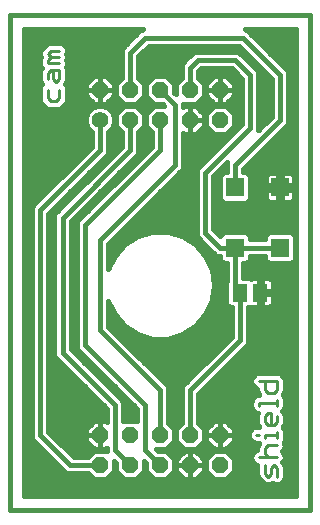
<source format=gbr>
G75*
%MOIN*%
%OFA0B0*%
%FSLAX24Y24*%
%IPPOS*%
%LPD*%
%AMOC8*
5,1,8,0,0,1.08239X$1,22.5*
%
%ADD10C,0.0110*%
%ADD11C,0.0560*%
%ADD12OC8,0.0560*%
%ADD13R,0.0591X0.0630*%
%ADD14R,0.0512X0.0591*%
%ADD15C,0.0160*%
D10*
X010886Y004685D02*
X010984Y004685D01*
X011181Y004685D02*
X011181Y004586D01*
X011181Y004685D02*
X011575Y004685D01*
X011575Y004783D02*
X011575Y004586D01*
X011575Y004336D02*
X011280Y004336D01*
X011181Y004237D01*
X011181Y004040D01*
X011280Y003942D01*
X011181Y003691D02*
X011181Y003396D01*
X011280Y003297D01*
X011378Y003396D01*
X011378Y003593D01*
X011477Y003691D01*
X011575Y003593D01*
X011575Y003297D01*
X011575Y003942D02*
X010984Y003942D01*
X011280Y005016D02*
X011477Y005016D01*
X011575Y005115D01*
X011575Y005311D01*
X011378Y005410D02*
X011378Y005016D01*
X011280Y005016D02*
X011181Y005115D01*
X011181Y005311D01*
X011280Y005410D01*
X011378Y005410D01*
X011575Y005661D02*
X011575Y005858D01*
X011575Y005759D02*
X010984Y005759D01*
X010984Y005661D01*
X011280Y006090D02*
X011181Y006189D01*
X011181Y006484D01*
X010984Y006484D02*
X011575Y006484D01*
X011575Y006189D01*
X011477Y006090D01*
X011280Y006090D01*
X004227Y015801D02*
X004325Y015900D01*
X004325Y016195D01*
X004227Y016446D02*
X004128Y016544D01*
X004128Y016840D01*
X004030Y016840D02*
X004325Y016840D01*
X004325Y016544D01*
X004227Y016446D01*
X003931Y016544D02*
X003931Y016741D01*
X004030Y016840D01*
X003931Y017090D02*
X003931Y017189D01*
X004030Y017287D01*
X003931Y017386D01*
X004030Y017484D01*
X004325Y017484D01*
X004325Y017287D02*
X004030Y017287D01*
X003931Y017090D02*
X004325Y017090D01*
X003931Y016195D02*
X003931Y015900D01*
X004030Y015801D01*
X004227Y015801D01*
D11*
X005680Y015180D03*
D12*
X005680Y016180D03*
X006680Y016180D03*
X006680Y015180D03*
X007680Y015180D03*
X007680Y016180D03*
X008680Y016180D03*
X008680Y015180D03*
X009680Y015180D03*
X009680Y016180D03*
X009680Y004680D03*
X009680Y003680D03*
X008680Y003680D03*
X008680Y004680D03*
X007680Y004680D03*
X007680Y003680D03*
X006680Y003680D03*
X006680Y004680D03*
X005680Y004680D03*
X005680Y003680D03*
D13*
X010182Y010926D03*
X010182Y012934D03*
X011678Y012934D03*
X011678Y010926D03*
D14*
X011015Y009430D03*
X010345Y009430D03*
D15*
X002680Y002180D02*
X002680Y018680D01*
X012680Y018680D01*
X012680Y002180D01*
X002680Y002180D01*
X003160Y002660D02*
X012200Y002660D01*
X012200Y018200D01*
X010510Y018200D01*
X010589Y018167D01*
X010667Y018089D01*
X011917Y016839D01*
X011960Y016736D01*
X011960Y015124D01*
X011917Y015021D01*
X011839Y014943D01*
X011839Y014943D01*
X010462Y013566D01*
X010462Y013449D01*
X010560Y013449D01*
X010677Y013332D01*
X010677Y012536D01*
X010560Y012419D01*
X009804Y012419D01*
X009687Y012536D01*
X009687Y013332D01*
X009804Y013449D01*
X009902Y013449D01*
X009902Y013738D01*
X009915Y013769D01*
X009460Y013314D01*
X009460Y011546D01*
X009687Y011319D01*
X009687Y011324D01*
X009804Y011441D01*
X010560Y011441D01*
X010677Y011324D01*
X010677Y011210D01*
X011183Y011210D01*
X011183Y011324D01*
X011300Y011441D01*
X012056Y011441D01*
X012173Y011324D01*
X012173Y010528D01*
X012056Y010411D01*
X011300Y010411D01*
X011183Y010528D01*
X011183Y010650D01*
X010677Y010650D01*
X010677Y010528D01*
X010560Y010411D01*
X010462Y010411D01*
X010462Y009925D01*
X010684Y009925D01*
X010711Y009899D01*
X010735Y009905D01*
X010967Y009905D01*
X010967Y009478D01*
X011063Y009478D01*
X011063Y009382D01*
X011451Y009382D01*
X011451Y009111D01*
X011438Y009065D01*
X011415Y009024D01*
X011381Y008991D01*
X011340Y008967D01*
X011294Y008955D01*
X011063Y008955D01*
X011063Y009382D01*
X010967Y009382D01*
X010967Y008955D01*
X010735Y008955D01*
X010711Y008961D01*
X010684Y008935D01*
X010625Y008935D01*
X010625Y007790D01*
X010583Y007687D01*
X008960Y006064D01*
X008960Y005079D01*
X009160Y004879D01*
X009160Y004481D01*
X008879Y004200D01*
X008481Y004200D01*
X008200Y004481D01*
X008200Y004879D01*
X008400Y005079D01*
X008400Y006236D01*
X008443Y006339D01*
X008521Y006417D01*
X010065Y007961D01*
X010065Y008935D01*
X010007Y008935D01*
X009889Y009052D01*
X009889Y009808D01*
X009902Y009821D01*
X009902Y010411D01*
X009804Y010411D01*
X009687Y010528D01*
X009687Y010650D01*
X009624Y010650D01*
X009521Y010693D01*
X009021Y011193D01*
X008943Y011271D01*
X008900Y011374D01*
X008900Y013486D01*
X008943Y013589D01*
X010400Y015046D01*
X010400Y016564D01*
X010064Y016900D01*
X009046Y016900D01*
X008960Y016814D01*
X008960Y016579D01*
X009160Y016379D01*
X009160Y015981D01*
X008879Y015700D01*
X008481Y015700D01*
X008460Y015721D01*
X008460Y015611D01*
X008489Y015640D01*
X008670Y015640D01*
X008670Y015190D01*
X008690Y015190D01*
X008690Y015640D01*
X008871Y015640D01*
X009140Y015371D01*
X009140Y015190D01*
X008690Y015190D01*
X008690Y015170D01*
X008670Y015170D01*
X008670Y014720D01*
X008489Y014720D01*
X008460Y014749D01*
X008460Y013624D01*
X008417Y013521D01*
X008339Y013443D01*
X005960Y011064D01*
X005960Y010203D01*
X006166Y010653D01*
X006501Y011040D01*
X006501Y011040D01*
X006932Y011317D01*
X007424Y011462D01*
X007936Y011462D01*
X008428Y011317D01*
X008859Y011040D01*
X009194Y010653D01*
X009407Y010187D01*
X009480Y009680D01*
X009407Y009173D01*
X009194Y008707D01*
X008859Y008320D01*
X008428Y008043D01*
X007936Y007898D01*
X007424Y007898D01*
X006932Y008043D01*
X006501Y008320D01*
X006166Y008707D01*
X005960Y009157D01*
X005960Y008296D01*
X007917Y006339D01*
X007960Y006236D01*
X007960Y005079D01*
X008160Y004879D01*
X008160Y004481D01*
X007879Y004200D01*
X007556Y004200D01*
X007596Y004160D01*
X007879Y004160D01*
X008160Y003879D01*
X008160Y003481D01*
X007879Y003200D01*
X007481Y003200D01*
X007200Y003481D01*
X007200Y003764D01*
X007160Y003804D01*
X007160Y003481D01*
X006879Y003200D01*
X006481Y003200D01*
X006200Y003481D01*
X006200Y003764D01*
X006160Y003804D01*
X006160Y003481D01*
X005879Y003200D01*
X005481Y003200D01*
X005281Y003400D01*
X004624Y003400D01*
X004521Y003443D01*
X003521Y004443D01*
X003443Y004521D01*
X003400Y004624D01*
X003400Y012236D01*
X003443Y012339D01*
X005400Y014296D01*
X005400Y014781D01*
X005273Y014908D01*
X005200Y015085D01*
X005200Y015275D01*
X005273Y015452D01*
X005408Y015587D01*
X005585Y015660D01*
X005775Y015660D01*
X005952Y015587D01*
X006087Y015452D01*
X006160Y015275D01*
X006160Y015085D01*
X006087Y014908D01*
X005960Y014781D01*
X005960Y014124D01*
X005917Y014021D01*
X005839Y013943D01*
X003960Y012064D01*
X003960Y004796D01*
X004796Y003960D01*
X005281Y003960D01*
X005481Y004160D01*
X005879Y004160D01*
X005900Y004139D01*
X005900Y004249D01*
X005871Y004220D01*
X005690Y004220D01*
X005690Y004670D01*
X005670Y004670D01*
X005670Y004690D01*
X005690Y004690D01*
X005690Y005140D01*
X005871Y005140D01*
X005900Y005111D01*
X005900Y005564D01*
X004271Y007193D01*
X004193Y007271D01*
X004150Y007374D01*
X004150Y011986D01*
X004193Y012089D01*
X006400Y014296D01*
X006400Y014781D01*
X006200Y014981D01*
X006200Y015379D01*
X006481Y015660D01*
X006879Y015660D01*
X007160Y015379D01*
X007160Y014981D01*
X006960Y014781D01*
X006960Y014124D01*
X006917Y014021D01*
X004710Y011814D01*
X004710Y007546D01*
X006339Y005917D01*
X006417Y005839D01*
X006460Y005736D01*
X006460Y005139D01*
X006481Y005160D01*
X006879Y005160D01*
X006900Y005139D01*
X006900Y005564D01*
X004943Y007521D01*
X004900Y007624D01*
X004900Y011736D01*
X004943Y011839D01*
X007400Y014296D01*
X007400Y014781D01*
X007200Y014981D01*
X007200Y015379D01*
X007481Y015660D01*
X007804Y015660D01*
X007764Y015700D01*
X007481Y015700D01*
X007200Y015981D01*
X007200Y016379D01*
X007481Y016660D01*
X007879Y016660D01*
X008160Y016379D01*
X008160Y016096D01*
X008200Y016056D01*
X008200Y016379D01*
X008400Y016579D01*
X008400Y016986D01*
X008443Y017089D01*
X008521Y017167D01*
X008771Y017417D01*
X008874Y017460D01*
X010236Y017460D01*
X010339Y017417D01*
X010417Y017339D01*
X010917Y016839D01*
X010960Y016736D01*
X010960Y014874D01*
X010947Y014843D01*
X011400Y015296D01*
X011400Y016564D01*
X010314Y017650D01*
X007296Y017650D01*
X006960Y017314D01*
X006960Y016579D01*
X007160Y016379D01*
X007160Y015981D01*
X006879Y015700D01*
X006481Y015700D01*
X006200Y015981D01*
X006200Y016379D01*
X006400Y016579D01*
X006400Y017486D01*
X006443Y017589D01*
X006521Y017667D01*
X007021Y018167D01*
X007100Y018200D01*
X003160Y018200D01*
X003160Y002660D01*
X003160Y002814D02*
X012200Y002814D01*
X012200Y002973D02*
X003160Y002973D01*
X003160Y003131D02*
X011086Y003131D01*
X011037Y003180D02*
X011135Y003081D01*
X011191Y003058D01*
X011229Y003042D01*
X011330Y003042D01*
X011370Y003059D01*
X011424Y003081D01*
X011424Y003081D01*
X011427Y003084D01*
X011427Y003084D01*
X011431Y003081D01*
X011524Y003042D01*
X011626Y003042D01*
X011719Y003081D01*
X011791Y003153D01*
X011830Y003247D01*
X011830Y003643D01*
X011791Y003737D01*
X011761Y003767D01*
X011791Y003797D01*
X011830Y003891D01*
X011830Y003993D01*
X011791Y004086D01*
X011739Y004139D01*
X011791Y004191D01*
X011830Y004285D01*
X011830Y004386D01*
X011799Y004461D01*
X011830Y004536D01*
X011830Y004834D01*
X011791Y004928D01*
X011770Y004949D01*
X011791Y004970D01*
X011830Y005064D01*
X011830Y005362D01*
X011791Y005456D01*
X011761Y005486D01*
X011791Y005516D01*
X011830Y005610D01*
X011830Y005908D01*
X011791Y006002D01*
X011770Y006023D01*
X011791Y006044D01*
X011830Y006138D01*
X011830Y006535D01*
X011791Y006629D01*
X011719Y006700D01*
X011626Y006739D01*
X010934Y006739D01*
X010840Y006700D01*
X010768Y006629D01*
X010729Y006535D01*
X010729Y006433D01*
X010768Y006340D01*
X010840Y006268D01*
X010926Y006232D01*
X010926Y006138D01*
X010965Y006044D01*
X010995Y006014D01*
X010934Y006014D01*
X010840Y005975D01*
X010768Y005904D01*
X010729Y005810D01*
X010729Y005610D01*
X010768Y005516D01*
X010840Y005445D01*
X010934Y005406D01*
X010944Y005406D01*
X010926Y005362D01*
X010926Y005064D01*
X010965Y004970D01*
X010995Y004940D01*
X010835Y004940D01*
X010742Y004901D01*
X010670Y004829D01*
X010631Y004736D01*
X010631Y004634D01*
X010670Y004540D01*
X010742Y004469D01*
X010835Y004430D01*
X010977Y004430D01*
X010995Y004412D01*
X010965Y004382D01*
X010926Y004288D01*
X010926Y004194D01*
X010840Y004158D01*
X010768Y004086D01*
X010729Y003993D01*
X010729Y003891D01*
X010768Y003797D01*
X010840Y003726D01*
X010926Y003690D01*
X010926Y003345D01*
X010965Y003251D01*
X011037Y003180D01*
X010949Y003290D02*
X009968Y003290D01*
X009879Y003200D02*
X010160Y003481D01*
X010160Y003879D01*
X009879Y004160D01*
X009481Y004160D01*
X009200Y003879D01*
X009200Y003481D01*
X009481Y003200D01*
X009879Y003200D01*
X010127Y003448D02*
X010926Y003448D01*
X010926Y003607D02*
X010160Y003607D01*
X010160Y003765D02*
X010801Y003765D01*
X010729Y003924D02*
X010115Y003924D01*
X009957Y004082D02*
X010766Y004082D01*
X010926Y004241D02*
X009891Y004241D01*
X009871Y004220D02*
X009690Y004220D01*
X009690Y004670D01*
X009670Y004670D01*
X009670Y004690D01*
X009220Y004690D01*
X009220Y004871D01*
X009489Y005140D01*
X009670Y005140D01*
X009670Y004690D01*
X009690Y004690D01*
X009690Y005140D01*
X009871Y005140D01*
X010140Y004871D01*
X010140Y004690D01*
X009690Y004690D01*
X009690Y004670D01*
X010140Y004670D01*
X010140Y004489D01*
X009871Y004220D01*
X009690Y004241D02*
X009670Y004241D01*
X009670Y004220D02*
X009489Y004220D01*
X009220Y004489D01*
X009220Y004670D01*
X009670Y004670D01*
X009670Y004220D01*
X009670Y004399D02*
X009690Y004399D01*
X009690Y004558D02*
X009670Y004558D01*
X009670Y004716D02*
X009690Y004716D01*
X009690Y004875D02*
X009670Y004875D01*
X009670Y005033D02*
X009690Y005033D01*
X009978Y005033D02*
X010939Y005033D01*
X010926Y005192D02*
X008960Y005192D01*
X008960Y005350D02*
X010926Y005350D01*
X010776Y005509D02*
X008960Y005509D01*
X008960Y005667D02*
X010729Y005667D01*
X010736Y005826D02*
X008960Y005826D01*
X008960Y005984D02*
X010861Y005984D01*
X010926Y006143D02*
X009038Y006143D01*
X009197Y006301D02*
X010807Y006301D01*
X010729Y006460D02*
X009355Y006460D01*
X009514Y006618D02*
X010764Y006618D01*
X010148Y007252D02*
X012200Y007252D01*
X012200Y007094D02*
X009989Y007094D01*
X009831Y006935D02*
X012200Y006935D01*
X012200Y006777D02*
X009672Y006777D01*
X009356Y007252D02*
X007004Y007252D01*
X007162Y007094D02*
X009198Y007094D01*
X009039Y006935D02*
X007321Y006935D01*
X007479Y006777D02*
X008881Y006777D01*
X008722Y006618D02*
X007638Y006618D01*
X007796Y006460D02*
X008564Y006460D01*
X008427Y006301D02*
X007933Y006301D01*
X007960Y006143D02*
X008400Y006143D01*
X008400Y005984D02*
X007960Y005984D01*
X007960Y005826D02*
X008400Y005826D01*
X008400Y005667D02*
X007960Y005667D01*
X007960Y005509D02*
X008400Y005509D01*
X008400Y005350D02*
X007960Y005350D01*
X007960Y005192D02*
X008400Y005192D01*
X008354Y005033D02*
X008006Y005033D01*
X008160Y004875D02*
X008200Y004875D01*
X008200Y004716D02*
X008160Y004716D01*
X008160Y004558D02*
X008200Y004558D01*
X008282Y004399D02*
X008078Y004399D01*
X007919Y004241D02*
X008441Y004241D01*
X008489Y004140D02*
X008220Y003871D01*
X008220Y003690D01*
X008670Y003690D01*
X008670Y003670D01*
X008220Y003670D01*
X008220Y003489D01*
X008489Y003220D01*
X008670Y003220D01*
X008670Y003670D01*
X008690Y003670D01*
X008690Y003220D01*
X008871Y003220D01*
X009140Y003489D01*
X009140Y003670D01*
X008690Y003670D01*
X008690Y003690D01*
X008690Y004140D01*
X008871Y004140D01*
X009140Y003871D01*
X009140Y003690D01*
X008690Y003690D01*
X008670Y003690D01*
X008670Y004140D01*
X008489Y004140D01*
X008431Y004082D02*
X007957Y004082D01*
X008115Y003924D02*
X008273Y003924D01*
X008220Y003765D02*
X008160Y003765D01*
X008160Y003607D02*
X008220Y003607D01*
X008261Y003448D02*
X008127Y003448D01*
X007968Y003290D02*
X008420Y003290D01*
X008670Y003290D02*
X008690Y003290D01*
X008690Y003448D02*
X008670Y003448D01*
X008670Y003607D02*
X008690Y003607D01*
X008690Y003765D02*
X008670Y003765D01*
X008670Y003924D02*
X008690Y003924D01*
X008690Y004082D02*
X008670Y004082D01*
X008929Y004082D02*
X009403Y004082D01*
X009469Y004241D02*
X008919Y004241D01*
X009078Y004399D02*
X009310Y004399D01*
X009220Y004558D02*
X009160Y004558D01*
X009160Y004716D02*
X009220Y004716D01*
X009224Y004875D02*
X009160Y004875D01*
X009006Y005033D02*
X009382Y005033D01*
X010050Y004399D02*
X010983Y004399D01*
X010663Y004558D02*
X010140Y004558D01*
X010140Y004716D02*
X010631Y004716D01*
X010715Y004875D02*
X010136Y004875D01*
X009245Y003924D02*
X009087Y003924D01*
X009140Y003765D02*
X009200Y003765D01*
X009200Y003607D02*
X009140Y003607D01*
X009099Y003448D02*
X009233Y003448D01*
X009392Y003290D02*
X008940Y003290D01*
X008680Y004680D02*
X008680Y006180D01*
X010345Y007845D01*
X010345Y009430D01*
X010182Y009593D01*
X010182Y010926D01*
X010178Y010930D01*
X011674Y010930D01*
X011678Y010926D01*
X012173Y010898D02*
X012200Y010898D01*
X012200Y011056D02*
X012173Y011056D01*
X012173Y011215D02*
X012200Y011215D01*
X012200Y011373D02*
X012124Y011373D01*
X012200Y011532D02*
X009474Y011532D01*
X009460Y011690D02*
X012200Y011690D01*
X012200Y011849D02*
X009460Y011849D01*
X009460Y012007D02*
X012200Y012007D01*
X012200Y012166D02*
X009460Y012166D01*
X009460Y012324D02*
X012200Y012324D01*
X012200Y012483D02*
X012091Y012483D01*
X012084Y012475D02*
X012043Y012451D01*
X011997Y012439D01*
X011746Y012439D01*
X011746Y012866D01*
X012153Y012866D01*
X012153Y012595D01*
X012141Y012549D01*
X012117Y012508D01*
X012084Y012475D01*
X012153Y012641D02*
X012200Y012641D01*
X012200Y012800D02*
X012153Y012800D01*
X012200Y012958D02*
X011746Y012958D01*
X011746Y013002D02*
X011746Y012866D01*
X011610Y012866D01*
X011610Y013002D01*
X011746Y013002D01*
X011746Y013429D01*
X011997Y013429D01*
X012043Y013417D01*
X012084Y013393D01*
X012117Y013359D01*
X012141Y013318D01*
X012153Y013273D01*
X012153Y013002D01*
X011746Y013002D01*
X011746Y013117D02*
X011610Y013117D01*
X011610Y013002D02*
X011610Y013429D01*
X011359Y013429D01*
X011313Y013417D01*
X011272Y013393D01*
X011239Y013359D01*
X011215Y013318D01*
X011203Y013273D01*
X011203Y013002D01*
X011610Y013002D01*
X011610Y012958D02*
X010677Y012958D01*
X010677Y012800D02*
X011203Y012800D01*
X011203Y012866D02*
X011203Y012595D01*
X011215Y012549D01*
X011239Y012508D01*
X011272Y012475D01*
X011313Y012451D01*
X011359Y012439D01*
X011610Y012439D01*
X011610Y012866D01*
X011203Y012866D01*
X011203Y012641D02*
X010677Y012641D01*
X010624Y012483D02*
X011265Y012483D01*
X011610Y012483D02*
X011746Y012483D01*
X011746Y012641D02*
X011610Y012641D01*
X011610Y012800D02*
X011746Y012800D01*
X011746Y013275D02*
X011610Y013275D01*
X011203Y013275D02*
X010677Y013275D01*
X010677Y013117D02*
X011203Y013117D01*
X010646Y013751D02*
X012200Y013751D01*
X012200Y013909D02*
X010805Y013909D01*
X010963Y014068D02*
X012200Y014068D01*
X012200Y014226D02*
X011122Y014226D01*
X011280Y014385D02*
X012200Y014385D01*
X012200Y014543D02*
X011439Y014543D01*
X011598Y014702D02*
X012200Y014702D01*
X012200Y014860D02*
X011756Y014860D01*
X011915Y015019D02*
X012200Y015019D01*
X012200Y015177D02*
X011960Y015177D01*
X011960Y015336D02*
X012200Y015336D01*
X012200Y015494D02*
X011960Y015494D01*
X011960Y015653D02*
X012200Y015653D01*
X012200Y015811D02*
X011960Y015811D01*
X011960Y015970D02*
X012200Y015970D01*
X012200Y016128D02*
X011960Y016128D01*
X011960Y016287D02*
X012200Y016287D01*
X012200Y016445D02*
X011960Y016445D01*
X011960Y016604D02*
X012200Y016604D01*
X012200Y016762D02*
X011949Y016762D01*
X011835Y016921D02*
X012200Y016921D01*
X012200Y017079D02*
X011677Y017079D01*
X011518Y017238D02*
X012200Y017238D01*
X012200Y017396D02*
X011360Y017396D01*
X011201Y017555D02*
X012200Y017555D01*
X012200Y017713D02*
X011043Y017713D01*
X010884Y017872D02*
X012200Y017872D01*
X012200Y018030D02*
X010726Y018030D01*
X010538Y018189D02*
X012200Y018189D01*
X011202Y016762D02*
X010949Y016762D01*
X010960Y016604D02*
X011360Y016604D01*
X011400Y016445D02*
X010960Y016445D01*
X010960Y016287D02*
X011400Y016287D01*
X011400Y016128D02*
X010960Y016128D01*
X010960Y015970D02*
X011400Y015970D01*
X011400Y015811D02*
X010960Y015811D01*
X010960Y015653D02*
X011400Y015653D01*
X011400Y015494D02*
X010960Y015494D01*
X010960Y015336D02*
X011400Y015336D01*
X011281Y015177D02*
X010960Y015177D01*
X010960Y015019D02*
X011123Y015019D01*
X010964Y014860D02*
X010954Y014860D01*
X010680Y014930D02*
X010680Y016680D01*
X010180Y017180D01*
X008930Y017180D01*
X008680Y016930D01*
X008680Y016180D01*
X008990Y015811D02*
X009398Y015811D01*
X009489Y015720D02*
X009220Y015989D01*
X009220Y016170D01*
X009670Y016170D01*
X009670Y016190D01*
X009220Y016190D01*
X009220Y016371D01*
X009489Y016640D01*
X009670Y016640D01*
X009670Y016190D01*
X009690Y016190D01*
X009690Y016640D01*
X009871Y016640D01*
X010140Y016371D01*
X010140Y016190D01*
X009690Y016190D01*
X009690Y016170D01*
X009670Y016170D01*
X009670Y015720D01*
X009489Y015720D01*
X009481Y015660D02*
X009879Y015660D01*
X010160Y015379D01*
X010160Y014981D01*
X009879Y014700D01*
X009481Y014700D01*
X009200Y014981D01*
X009200Y015379D01*
X009481Y015660D01*
X009474Y015653D02*
X008460Y015653D01*
X008670Y015494D02*
X008690Y015494D01*
X008690Y015336D02*
X008670Y015336D01*
X008690Y015177D02*
X009200Y015177D01*
X009140Y015170D02*
X009140Y014989D01*
X008871Y014720D01*
X008690Y014720D01*
X008690Y015170D01*
X009140Y015170D01*
X009140Y015019D02*
X009200Y015019D01*
X009321Y014860D02*
X009011Y014860D01*
X008690Y014860D02*
X008670Y014860D01*
X008670Y015019D02*
X008690Y015019D01*
X008460Y014702D02*
X009480Y014702D01*
X009880Y014702D02*
X010056Y014702D01*
X010039Y014860D02*
X010214Y014860D01*
X010160Y015019D02*
X010373Y015019D01*
X010400Y015177D02*
X010160Y015177D01*
X010160Y015336D02*
X010400Y015336D01*
X010400Y015494D02*
X010045Y015494D01*
X009886Y015653D02*
X010400Y015653D01*
X010400Y015811D02*
X009962Y015811D01*
X009871Y015720D02*
X010140Y015989D01*
X010140Y016170D01*
X009690Y016170D01*
X009690Y015720D01*
X009871Y015720D01*
X009690Y015811D02*
X009670Y015811D01*
X009670Y015970D02*
X009690Y015970D01*
X009690Y016128D02*
X009670Y016128D01*
X009670Y016287D02*
X009690Y016287D01*
X009690Y016445D02*
X009670Y016445D01*
X009670Y016604D02*
X009690Y016604D01*
X009907Y016604D02*
X010360Y016604D01*
X010400Y016445D02*
X010066Y016445D01*
X010140Y016287D02*
X010400Y016287D01*
X010400Y016128D02*
X010140Y016128D01*
X010120Y015970D02*
X010400Y015970D01*
X010202Y016762D02*
X008960Y016762D01*
X008960Y016604D02*
X009453Y016604D01*
X009294Y016445D02*
X009094Y016445D01*
X009160Y016287D02*
X009220Y016287D01*
X009220Y016128D02*
X009160Y016128D01*
X009148Y015970D02*
X009240Y015970D01*
X009315Y015494D02*
X009017Y015494D01*
X009140Y015336D02*
X009200Y015336D01*
X009897Y014543D02*
X008460Y014543D01*
X008460Y014385D02*
X009739Y014385D01*
X009580Y014226D02*
X008460Y014226D01*
X008460Y014068D02*
X009422Y014068D01*
X009263Y013909D02*
X008460Y013909D01*
X008460Y013751D02*
X009105Y013751D01*
X008946Y013592D02*
X008447Y013592D01*
X008329Y013434D02*
X008900Y013434D01*
X008900Y013275D02*
X008171Y013275D01*
X008012Y013117D02*
X008900Y013117D01*
X008900Y012958D02*
X007854Y012958D01*
X007695Y012800D02*
X008900Y012800D01*
X008900Y012641D02*
X007537Y012641D01*
X007378Y012483D02*
X008900Y012483D01*
X008900Y012324D02*
X007220Y012324D01*
X007061Y012166D02*
X008900Y012166D01*
X008900Y012007D02*
X006903Y012007D01*
X006744Y011849D02*
X008900Y011849D01*
X008900Y011690D02*
X006586Y011690D01*
X006427Y011532D02*
X008900Y011532D01*
X008901Y011373D02*
X008238Y011373D01*
X008428Y011317D02*
X008428Y011317D01*
X008588Y011215D02*
X009000Y011215D01*
X009158Y011056D02*
X008834Y011056D01*
X008859Y011040D02*
X008859Y011040D01*
X008859Y011040D01*
X008983Y010898D02*
X009317Y010898D01*
X009475Y010739D02*
X009120Y010739D01*
X009194Y010653D02*
X009194Y010653D01*
X009227Y010581D02*
X009687Y010581D01*
X009793Y010422D02*
X009300Y010422D01*
X009372Y010264D02*
X009902Y010264D01*
X009902Y010105D02*
X009419Y010105D01*
X009442Y009947D02*
X009902Y009947D01*
X009889Y009788D02*
X009464Y009788D01*
X009473Y009630D02*
X009889Y009630D01*
X009889Y009471D02*
X009450Y009471D01*
X009427Y009313D02*
X009889Y009313D01*
X009889Y009154D02*
X009398Y009154D01*
X009326Y008996D02*
X009946Y008996D01*
X010065Y008837D02*
X009254Y008837D01*
X009170Y008679D02*
X010065Y008679D01*
X010065Y008520D02*
X009032Y008520D01*
X008895Y008362D02*
X010065Y008362D01*
X010065Y008203D02*
X008677Y008203D01*
X008859Y008320D02*
X008859Y008320D01*
X008431Y008045D02*
X010065Y008045D01*
X009990Y007886D02*
X006370Y007886D01*
X006528Y007728D02*
X009832Y007728D01*
X009673Y007569D02*
X006687Y007569D01*
X006845Y007411D02*
X009515Y007411D01*
X010306Y007411D02*
X012200Y007411D01*
X012200Y007569D02*
X010465Y007569D01*
X010600Y007728D02*
X012200Y007728D01*
X012200Y007886D02*
X010625Y007886D01*
X010625Y008045D02*
X012200Y008045D01*
X012200Y008203D02*
X010625Y008203D01*
X010625Y008362D02*
X012200Y008362D01*
X012200Y008520D02*
X010625Y008520D01*
X010625Y008679D02*
X012200Y008679D01*
X012200Y008837D02*
X010625Y008837D01*
X010967Y008996D02*
X011063Y008996D01*
X011063Y009154D02*
X010967Y009154D01*
X010967Y009313D02*
X011063Y009313D01*
X011063Y009471D02*
X012200Y009471D01*
X012200Y009313D02*
X011451Y009313D01*
X011451Y009154D02*
X012200Y009154D01*
X012200Y008996D02*
X011386Y008996D01*
X011451Y009478D02*
X011063Y009478D01*
X011063Y009905D01*
X011294Y009905D01*
X011340Y009893D01*
X011381Y009869D01*
X011415Y009836D01*
X011438Y009795D01*
X011451Y009749D01*
X011451Y009478D01*
X011451Y009630D02*
X012200Y009630D01*
X012200Y009788D02*
X011440Y009788D01*
X011063Y009788D02*
X010967Y009788D01*
X010967Y009630D02*
X011063Y009630D01*
X011289Y010422D02*
X010571Y010422D01*
X010677Y010581D02*
X011183Y010581D01*
X011183Y011215D02*
X010677Y011215D01*
X010628Y011373D02*
X011232Y011373D01*
X012173Y010739D02*
X012200Y010739D01*
X012200Y010581D02*
X012173Y010581D01*
X012200Y010422D02*
X012067Y010422D01*
X012200Y010264D02*
X010462Y010264D01*
X010462Y010105D02*
X012200Y010105D01*
X012200Y009947D02*
X010462Y009947D01*
X010178Y010930D02*
X009680Y010930D01*
X009180Y011430D01*
X009180Y013430D01*
X010680Y014930D01*
X011680Y015180D02*
X010182Y013682D01*
X010182Y012934D01*
X009788Y013434D02*
X009579Y013434D01*
X009687Y013275D02*
X009460Y013275D01*
X009460Y013117D02*
X009687Y013117D01*
X009687Y012958D02*
X009460Y012958D01*
X009460Y012800D02*
X009687Y012800D01*
X009687Y012641D02*
X009460Y012641D01*
X009460Y012483D02*
X009740Y012483D01*
X009738Y013592D02*
X009902Y013592D01*
X009907Y013751D02*
X009896Y013751D01*
X010488Y013592D02*
X012200Y013592D01*
X012200Y013434D02*
X010575Y013434D01*
X011680Y015180D02*
X011680Y016680D01*
X010430Y017930D01*
X007180Y017930D01*
X006680Y017430D01*
X006680Y016180D01*
X006370Y015811D02*
X005962Y015811D01*
X005871Y015720D02*
X006140Y015989D01*
X006140Y016170D01*
X005690Y016170D01*
X005670Y016170D01*
X005670Y016190D01*
X005220Y016190D01*
X005220Y016371D01*
X005489Y016640D01*
X005670Y016640D01*
X005670Y016190D01*
X005690Y016190D01*
X005690Y016640D01*
X005871Y016640D01*
X006140Y016371D01*
X006140Y016190D01*
X005690Y016190D01*
X005690Y016170D01*
X005690Y015720D01*
X005871Y015720D01*
X005794Y015653D02*
X006474Y015653D01*
X006315Y015494D02*
X006045Y015494D01*
X006135Y015336D02*
X006200Y015336D01*
X006200Y015177D02*
X006160Y015177D01*
X006133Y015019D02*
X006200Y015019D01*
X006321Y014860D02*
X006039Y014860D01*
X005960Y014702D02*
X006400Y014702D01*
X006400Y014543D02*
X005960Y014543D01*
X005960Y014385D02*
X006400Y014385D01*
X006330Y014226D02*
X005960Y014226D01*
X005936Y014068D02*
X006172Y014068D01*
X006013Y013909D02*
X005805Y013909D01*
X005855Y013751D02*
X005646Y013751D01*
X005696Y013592D02*
X005488Y013592D01*
X005538Y013434D02*
X005329Y013434D01*
X005379Y013275D02*
X005171Y013275D01*
X005221Y013117D02*
X005012Y013117D01*
X005062Y012958D02*
X004854Y012958D01*
X004904Y012800D02*
X004695Y012800D01*
X004745Y012641D02*
X004537Y012641D01*
X004587Y012483D02*
X004378Y012483D01*
X004428Y012324D02*
X004220Y012324D01*
X004270Y012166D02*
X004061Y012166D01*
X004159Y012007D02*
X003960Y012007D01*
X003960Y011849D02*
X004150Y011849D01*
X004150Y011690D02*
X003960Y011690D01*
X003960Y011532D02*
X004150Y011532D01*
X004150Y011373D02*
X003960Y011373D01*
X003960Y011215D02*
X004150Y011215D01*
X004150Y011056D02*
X003960Y011056D01*
X003960Y010898D02*
X004150Y010898D01*
X004150Y010739D02*
X003960Y010739D01*
X003960Y010581D02*
X004150Y010581D01*
X004150Y010422D02*
X003960Y010422D01*
X003960Y010264D02*
X004150Y010264D01*
X004150Y010105D02*
X003960Y010105D01*
X003960Y009947D02*
X004150Y009947D01*
X004150Y009788D02*
X003960Y009788D01*
X003960Y009630D02*
X004150Y009630D01*
X004150Y009471D02*
X003960Y009471D01*
X003960Y009313D02*
X004150Y009313D01*
X004150Y009154D02*
X003960Y009154D01*
X003960Y008996D02*
X004150Y008996D01*
X004150Y008837D02*
X003960Y008837D01*
X003960Y008679D02*
X004150Y008679D01*
X004150Y008520D02*
X003960Y008520D01*
X003960Y008362D02*
X004150Y008362D01*
X004150Y008203D02*
X003960Y008203D01*
X003960Y008045D02*
X004150Y008045D01*
X004150Y007886D02*
X003960Y007886D01*
X003960Y007728D02*
X004150Y007728D01*
X004150Y007569D02*
X003960Y007569D01*
X003960Y007411D02*
X004150Y007411D01*
X004212Y007252D02*
X003960Y007252D01*
X003960Y007094D02*
X004371Y007094D01*
X004271Y007193D02*
X004271Y007193D01*
X004430Y007430D02*
X004430Y011930D01*
X006680Y014180D01*
X006680Y015180D01*
X006886Y015653D02*
X007474Y015653D01*
X007370Y015811D02*
X006990Y015811D01*
X007148Y015970D02*
X007212Y015970D01*
X007200Y016128D02*
X007160Y016128D01*
X007160Y016287D02*
X007200Y016287D01*
X007266Y016445D02*
X007094Y016445D01*
X006960Y016604D02*
X007425Y016604D01*
X007680Y016180D02*
X008180Y015680D01*
X008180Y013680D01*
X005680Y011180D01*
X005680Y008180D01*
X007680Y006180D01*
X007680Y004680D01*
X007180Y004180D02*
X007680Y003680D01*
X007392Y003290D02*
X006968Y003290D01*
X007127Y003448D02*
X007233Y003448D01*
X007200Y003607D02*
X007160Y003607D01*
X007160Y003765D02*
X007199Y003765D01*
X007180Y004180D02*
X007180Y005680D01*
X005180Y007680D01*
X005180Y011680D01*
X007680Y014180D01*
X007680Y015180D01*
X007400Y014702D02*
X006960Y014702D01*
X006960Y014543D02*
X007400Y014543D01*
X007400Y014385D02*
X006960Y014385D01*
X006960Y014226D02*
X007330Y014226D01*
X007172Y014068D02*
X006936Y014068D01*
X007013Y013909D02*
X006805Y013909D01*
X006855Y013751D02*
X006646Y013751D01*
X006696Y013592D02*
X006488Y013592D01*
X006538Y013434D02*
X006329Y013434D01*
X006379Y013275D02*
X006171Y013275D01*
X006221Y013117D02*
X006012Y013117D01*
X006062Y012958D02*
X005854Y012958D01*
X005904Y012800D02*
X005695Y012800D01*
X005745Y012641D02*
X005537Y012641D01*
X005587Y012483D02*
X005378Y012483D01*
X005428Y012324D02*
X005220Y012324D01*
X005270Y012166D02*
X005061Y012166D01*
X005111Y012007D02*
X004903Y012007D01*
X004953Y011849D02*
X004744Y011849D01*
X004710Y011690D02*
X004900Y011690D01*
X004900Y011532D02*
X004710Y011532D01*
X004710Y011373D02*
X004900Y011373D01*
X004900Y011215D02*
X004710Y011215D01*
X004710Y011056D02*
X004900Y011056D01*
X004900Y010898D02*
X004710Y010898D01*
X004710Y010739D02*
X004900Y010739D01*
X004900Y010581D02*
X004710Y010581D01*
X004710Y010422D02*
X004900Y010422D01*
X004900Y010264D02*
X004710Y010264D01*
X004710Y010105D02*
X004900Y010105D01*
X004900Y009947D02*
X004710Y009947D01*
X004710Y009788D02*
X004900Y009788D01*
X004900Y009630D02*
X004710Y009630D01*
X004710Y009471D02*
X004900Y009471D01*
X004900Y009313D02*
X004710Y009313D01*
X004710Y009154D02*
X004900Y009154D01*
X004900Y008996D02*
X004710Y008996D01*
X004710Y008837D02*
X004900Y008837D01*
X004900Y008679D02*
X004710Y008679D01*
X004710Y008520D02*
X004900Y008520D01*
X004900Y008362D02*
X004710Y008362D01*
X004710Y008203D02*
X004900Y008203D01*
X004900Y008045D02*
X004710Y008045D01*
X004710Y007886D02*
X004900Y007886D01*
X004900Y007728D02*
X004710Y007728D01*
X004710Y007569D02*
X004923Y007569D01*
X004845Y007411D02*
X005054Y007411D01*
X005004Y007252D02*
X005212Y007252D01*
X005162Y007094D02*
X005371Y007094D01*
X005321Y006935D02*
X005529Y006935D01*
X005479Y006777D02*
X005688Y006777D01*
X005638Y006618D02*
X005846Y006618D01*
X005796Y006460D02*
X006005Y006460D01*
X005955Y006301D02*
X006163Y006301D01*
X006113Y006143D02*
X006322Y006143D01*
X006272Y005984D02*
X006480Y005984D01*
X006339Y005917D02*
X006339Y005917D01*
X006423Y005826D02*
X006639Y005826D01*
X006797Y005667D02*
X006460Y005667D01*
X006460Y005509D02*
X006900Y005509D01*
X006900Y005350D02*
X006460Y005350D01*
X006460Y005192D02*
X006900Y005192D01*
X006180Y005680D02*
X006180Y004180D01*
X006680Y003680D01*
X006392Y003290D02*
X005968Y003290D01*
X006127Y003448D02*
X006233Y003448D01*
X006200Y003607D02*
X006160Y003607D01*
X006160Y003765D02*
X006199Y003765D01*
X005900Y004241D02*
X005891Y004241D01*
X005690Y004241D02*
X005670Y004241D01*
X005670Y004220D02*
X005489Y004220D01*
X005220Y004489D01*
X005220Y004670D01*
X005670Y004670D01*
X005670Y004220D01*
X005670Y004399D02*
X005690Y004399D01*
X005690Y004558D02*
X005670Y004558D01*
X005670Y004690D02*
X005220Y004690D01*
X005220Y004871D01*
X005489Y005140D01*
X005670Y005140D01*
X005670Y004690D01*
X005670Y004716D02*
X005690Y004716D01*
X005690Y004875D02*
X005670Y004875D01*
X005670Y005033D02*
X005690Y005033D01*
X005900Y005192D02*
X003960Y005192D01*
X003960Y005350D02*
X005900Y005350D01*
X005900Y005509D02*
X003960Y005509D01*
X003960Y005667D02*
X005797Y005667D01*
X005639Y005826D02*
X003960Y005826D01*
X003960Y005984D02*
X005480Y005984D01*
X005322Y006143D02*
X003960Y006143D01*
X003960Y006301D02*
X005163Y006301D01*
X005005Y006460D02*
X003960Y006460D01*
X003960Y006618D02*
X004846Y006618D01*
X004688Y006777D02*
X003960Y006777D01*
X003960Y006935D02*
X004529Y006935D01*
X004430Y007430D02*
X006180Y005680D01*
X005382Y005033D02*
X003960Y005033D01*
X003960Y004875D02*
X005224Y004875D01*
X005220Y004716D02*
X004040Y004716D01*
X004198Y004558D02*
X005220Y004558D01*
X005310Y004399D02*
X004357Y004399D01*
X004515Y004241D02*
X005469Y004241D01*
X005403Y004082D02*
X004674Y004082D01*
X004680Y003680D02*
X003680Y004680D01*
X003680Y012180D01*
X005680Y014180D01*
X005680Y015180D01*
X005321Y014860D02*
X003160Y014860D01*
X003160Y014702D02*
X005400Y014702D01*
X005400Y014543D02*
X003160Y014543D01*
X003160Y014385D02*
X005400Y014385D01*
X005330Y014226D02*
X003160Y014226D01*
X003160Y014068D02*
X005172Y014068D01*
X005013Y013909D02*
X003160Y013909D01*
X003160Y013751D02*
X004855Y013751D01*
X004696Y013592D02*
X003160Y013592D01*
X003160Y013434D02*
X004538Y013434D01*
X004379Y013275D02*
X003160Y013275D01*
X003160Y013117D02*
X004221Y013117D01*
X004062Y012958D02*
X003160Y012958D01*
X003160Y012800D02*
X003904Y012800D01*
X003745Y012641D02*
X003160Y012641D01*
X003160Y012483D02*
X003587Y012483D01*
X003437Y012324D02*
X003160Y012324D01*
X003160Y012166D02*
X003400Y012166D01*
X003400Y012007D02*
X003160Y012007D01*
X003160Y011849D02*
X003400Y011849D01*
X003400Y011690D02*
X003160Y011690D01*
X003160Y011532D02*
X003400Y011532D01*
X003400Y011373D02*
X003160Y011373D01*
X003160Y011215D02*
X003400Y011215D01*
X003400Y011056D02*
X003160Y011056D01*
X003160Y010898D02*
X003400Y010898D01*
X003400Y010739D02*
X003160Y010739D01*
X003160Y010581D02*
X003400Y010581D01*
X003400Y010422D02*
X003160Y010422D01*
X003160Y010264D02*
X003400Y010264D01*
X003400Y010105D02*
X003160Y010105D01*
X003160Y009947D02*
X003400Y009947D01*
X003400Y009788D02*
X003160Y009788D01*
X003160Y009630D02*
X003400Y009630D01*
X003400Y009471D02*
X003160Y009471D01*
X003160Y009313D02*
X003400Y009313D01*
X003400Y009154D02*
X003160Y009154D01*
X003160Y008996D02*
X003400Y008996D01*
X003400Y008837D02*
X003160Y008837D01*
X003160Y008679D02*
X003400Y008679D01*
X003400Y008520D02*
X003160Y008520D01*
X003160Y008362D02*
X003400Y008362D01*
X003400Y008203D02*
X003160Y008203D01*
X003160Y008045D02*
X003400Y008045D01*
X003400Y007886D02*
X003160Y007886D01*
X003160Y007728D02*
X003400Y007728D01*
X003400Y007569D02*
X003160Y007569D01*
X003160Y007411D02*
X003400Y007411D01*
X003400Y007252D02*
X003160Y007252D01*
X003160Y007094D02*
X003400Y007094D01*
X003400Y006935D02*
X003160Y006935D01*
X003160Y006777D02*
X003400Y006777D01*
X003400Y006618D02*
X003160Y006618D01*
X003160Y006460D02*
X003400Y006460D01*
X003400Y006301D02*
X003160Y006301D01*
X003160Y006143D02*
X003400Y006143D01*
X003400Y005984D02*
X003160Y005984D01*
X003160Y005826D02*
X003400Y005826D01*
X003400Y005667D02*
X003160Y005667D01*
X003160Y005509D02*
X003400Y005509D01*
X003400Y005350D02*
X003160Y005350D01*
X003160Y005192D02*
X003400Y005192D01*
X003400Y005033D02*
X003160Y005033D01*
X003160Y004875D02*
X003400Y004875D01*
X003400Y004716D02*
X003160Y004716D01*
X003160Y004558D02*
X003428Y004558D01*
X003565Y004399D02*
X003160Y004399D01*
X003160Y004241D02*
X003724Y004241D01*
X003882Y004082D02*
X003160Y004082D01*
X003160Y003924D02*
X004041Y003924D01*
X004199Y003765D02*
X003160Y003765D01*
X003160Y003607D02*
X004358Y003607D01*
X004516Y003448D02*
X003160Y003448D01*
X003160Y003290D02*
X005392Y003290D01*
X005680Y003680D02*
X004680Y003680D01*
X006211Y008045D02*
X006929Y008045D01*
X006932Y008043D02*
X006932Y008043D01*
X006683Y008203D02*
X006053Y008203D01*
X005960Y008362D02*
X006465Y008362D01*
X006501Y008320D02*
X006501Y008320D01*
X006501Y008320D01*
X006328Y008520D02*
X005960Y008520D01*
X005960Y008679D02*
X006190Y008679D01*
X006166Y008707D02*
X006166Y008707D01*
X006106Y008837D02*
X005960Y008837D01*
X005960Y008996D02*
X006034Y008996D01*
X005962Y009154D02*
X005960Y009154D01*
X005988Y010264D02*
X005960Y010264D01*
X005960Y010422D02*
X006060Y010422D01*
X006133Y010581D02*
X005960Y010581D01*
X005960Y010739D02*
X006240Y010739D01*
X006166Y010653D02*
X006166Y010653D01*
X005960Y010898D02*
X006377Y010898D01*
X006526Y011056D02*
X005960Y011056D01*
X006110Y011215D02*
X006772Y011215D01*
X006932Y011317D02*
X006932Y011317D01*
X007122Y011373D02*
X006269Y011373D01*
X008428Y008043D02*
X008428Y008043D01*
X009633Y011373D02*
X009736Y011373D01*
X012153Y013117D02*
X012200Y013117D01*
X012200Y013275D02*
X012153Y013275D01*
X011043Y016921D02*
X010835Y016921D01*
X010885Y017079D02*
X010677Y017079D01*
X010726Y017238D02*
X010518Y017238D01*
X010568Y017396D02*
X010360Y017396D01*
X010409Y017555D02*
X007201Y017555D01*
X007042Y017396D02*
X008750Y017396D01*
X008592Y017238D02*
X006960Y017238D01*
X006960Y017079D02*
X008439Y017079D01*
X008400Y016921D02*
X006960Y016921D01*
X006960Y016762D02*
X008400Y016762D01*
X008400Y016604D02*
X007935Y016604D01*
X008094Y016445D02*
X008266Y016445D01*
X008200Y016287D02*
X008160Y016287D01*
X008160Y016128D02*
X008200Y016128D01*
X007315Y015494D02*
X007045Y015494D01*
X007160Y015336D02*
X007200Y015336D01*
X007200Y015177D02*
X007160Y015177D01*
X007160Y015019D02*
X007200Y015019D01*
X007321Y014860D02*
X007039Y014860D01*
X006212Y015970D02*
X006120Y015970D01*
X006140Y016128D02*
X006200Y016128D01*
X006200Y016287D02*
X006140Y016287D01*
X006066Y016445D02*
X006266Y016445D01*
X006400Y016604D02*
X005907Y016604D01*
X005690Y016604D02*
X005670Y016604D01*
X005670Y016445D02*
X005690Y016445D01*
X005690Y016287D02*
X005670Y016287D01*
X005670Y016170D02*
X005220Y016170D01*
X005220Y015989D01*
X005489Y015720D01*
X005670Y015720D01*
X005670Y016170D01*
X005670Y016128D02*
X005690Y016128D01*
X005690Y015970D02*
X005670Y015970D01*
X005670Y015811D02*
X005690Y015811D01*
X005566Y015653D02*
X004438Y015653D01*
X004469Y015684D02*
X004371Y015585D01*
X004277Y015546D01*
X003979Y015546D01*
X003885Y015585D01*
X003814Y015657D01*
X003715Y015755D01*
X003676Y015849D01*
X003676Y015950D01*
X003676Y016246D01*
X003715Y016339D01*
X003745Y016370D01*
X003715Y016400D01*
X003676Y016494D01*
X003676Y016792D01*
X003715Y016886D01*
X003745Y016916D01*
X003715Y016946D01*
X003676Y017040D01*
X003676Y017240D01*
X003692Y017277D01*
X003696Y017287D01*
X003693Y017295D01*
X003676Y017335D01*
X003676Y017436D01*
X003692Y017474D01*
X003715Y017530D01*
X003814Y017629D01*
X003885Y017700D01*
X003979Y017739D01*
X004376Y017739D01*
X004469Y017700D01*
X004541Y017629D01*
X004580Y017535D01*
X004580Y017433D01*
X004560Y017386D01*
X004580Y017338D01*
X004580Y017237D01*
X004560Y017189D01*
X004580Y017141D01*
X004580Y017040D01*
X004549Y016965D01*
X004580Y016890D01*
X004580Y016494D01*
X004541Y016400D01*
X004511Y016370D01*
X004541Y016339D01*
X004580Y016246D01*
X004580Y015849D01*
X004541Y015755D01*
X004469Y015684D01*
X004564Y015811D02*
X005398Y015811D01*
X005240Y015970D02*
X004580Y015970D01*
X004580Y016128D02*
X005220Y016128D01*
X005220Y016287D02*
X004563Y016287D01*
X004560Y016445D02*
X005294Y016445D01*
X005453Y016604D02*
X004580Y016604D01*
X004580Y016762D02*
X006400Y016762D01*
X006400Y016921D02*
X004567Y016921D01*
X004580Y017079D02*
X006400Y017079D01*
X006400Y017238D02*
X004580Y017238D01*
X004565Y017396D02*
X006400Y017396D01*
X006429Y017555D02*
X004572Y017555D01*
X004439Y017713D02*
X006567Y017713D01*
X006726Y017872D02*
X003160Y017872D01*
X003160Y018030D02*
X006884Y018030D01*
X007072Y018189D02*
X003160Y018189D01*
X003160Y017713D02*
X003916Y017713D01*
X003740Y017555D02*
X003160Y017555D01*
X003160Y017396D02*
X003676Y017396D01*
X003676Y017238D02*
X003160Y017238D01*
X003160Y017079D02*
X003676Y017079D01*
X003741Y016921D02*
X003160Y016921D01*
X003160Y016762D02*
X003676Y016762D01*
X003676Y016604D02*
X003160Y016604D01*
X003160Y016445D02*
X003696Y016445D01*
X003693Y016287D02*
X003160Y016287D01*
X003160Y016128D02*
X003676Y016128D01*
X003676Y015970D02*
X003160Y015970D01*
X003160Y015811D02*
X003692Y015811D01*
X003818Y015653D02*
X003160Y015653D01*
X003160Y015494D02*
X005315Y015494D01*
X005225Y015336D02*
X003160Y015336D01*
X003160Y015177D02*
X005200Y015177D01*
X005227Y015019D02*
X003160Y015019D01*
X011763Y003765D02*
X012200Y003765D01*
X012200Y003607D02*
X011830Y003607D01*
X011830Y003448D02*
X012200Y003448D01*
X012200Y003290D02*
X011830Y003290D01*
X011769Y003131D02*
X012200Y003131D01*
X012200Y003924D02*
X011830Y003924D01*
X011793Y004082D02*
X012200Y004082D01*
X012200Y004241D02*
X011812Y004241D01*
X011825Y004399D02*
X012200Y004399D01*
X012200Y004558D02*
X011830Y004558D01*
X011830Y004716D02*
X012200Y004716D01*
X012200Y004875D02*
X011813Y004875D01*
X011817Y005033D02*
X012200Y005033D01*
X012200Y005192D02*
X011830Y005192D01*
X011830Y005350D02*
X012200Y005350D01*
X012200Y005509D02*
X011783Y005509D01*
X011830Y005667D02*
X012200Y005667D01*
X012200Y005826D02*
X011830Y005826D01*
X011799Y005984D02*
X012200Y005984D01*
X012200Y006143D02*
X011830Y006143D01*
X011830Y006301D02*
X012200Y006301D01*
X012200Y006460D02*
X011830Y006460D01*
X011796Y006618D02*
X012200Y006618D01*
M02*

</source>
